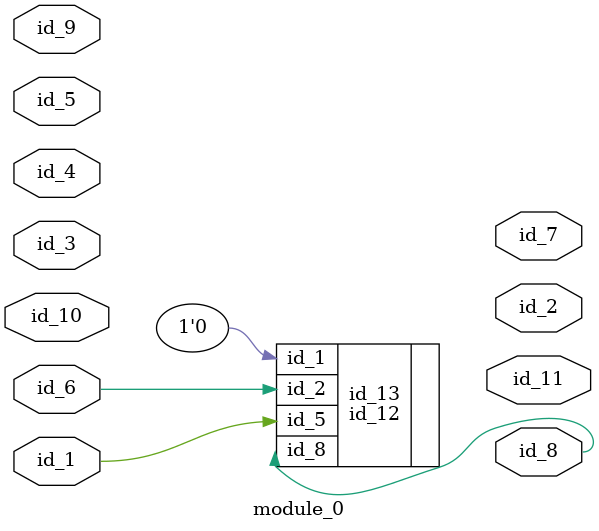
<source format=v>
module module_0 (
    id_1,
    id_2,
    id_3,
    id_4,
    id_5,
    id_6,
    id_7,
    id_8,
    id_9,
    id_10,
    id_11
);
  output id_11;
  input id_10;
  input id_9;
  output id_8;
  output id_7;
  input id_6;
  input id_5;
  input id_4;
  input id_3;
  output id_2;
  input id_1;
  id_12 id_13 (
      .id_5(id_10),
      .id_5(id_1),
      .id_2(id_6),
      .id_8(id_8),
      .id_1(1'b0)
  );
endmodule

</source>
